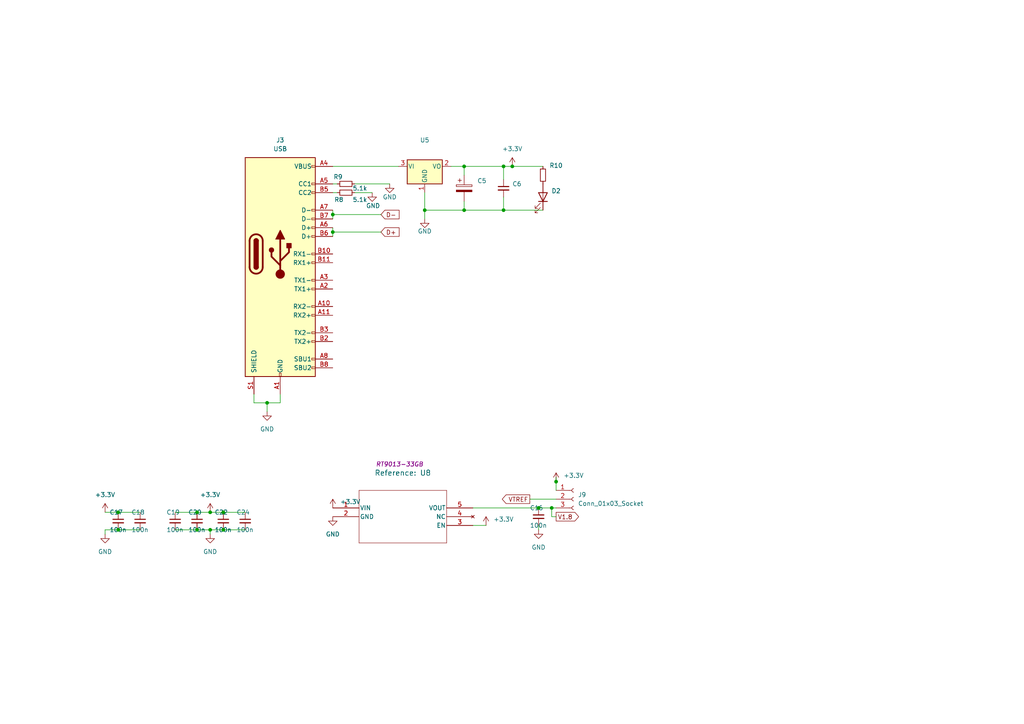
<source format=kicad_sch>
(kicad_sch (version 20231120) (generator "eeschema") (generator_version "8.0")
  (paper "A4")
  (title_block (title "GD32 5pin Level Shifter"))
  (lib_symbols
    (symbol "2024-10-20_09-04-45:RT9013-33GB" (pin_names (offset 0.254))
      (property "Reference" "U" (at 20.32 10.16 0))
      (property "Value" "RT9013-33GB" (at 20.32 7.62 0))
      (symbol "RT9013-33GB_0_1"
        (polyline (pts (xy 7.62 -10.16) (xy 33.02 -10.16)) (stroke (width 0.127)))
        (polyline (pts (xy 7.62 5.08) (xy 7.62 -10.16)) (stroke (width 0.127)))
        (polyline (pts (xy 33.02 -10.16) (xy 33.02 5.08)) (stroke (width 0.127)))
        (polyline (pts (xy 33.02 5.08) (xy 7.62 5.08)) (stroke (width 0.127)))
        (pin input line (at 0 0 0) (length 7.62) (name "VIN") (number "1"))
        (pin power_out line (at 0 -2.54 0) (length 7.62) (name "GND") (number "2"))
        (pin unspecified line (at 40.64 -5.08 180) (length 7.62) (name "EN") (number "3"))
        (pin no_connect line (at 40.64 -2.54 180) (length 7.62) (name "NC") (number "4"))
        (pin output line (at 40.64 0 180) (length 7.62) (name "VOUT") (number "5"))
      )
    )
    (symbol "Connector:Conn_01x03_Socket" (pin_names (offset 1.016) hide)
      (property "Reference" "J" (at 0 5.08 0))
      (property "Value" "Conn_01x03_Socket" (at 0 -5.08 0))
      (symbol "Conn_01x03_Socket_1_1"
        (arc (start 0 -2.032) (mid -0.5058 -2.54) (end 0 -3.048) (stroke (width 0.1524)))
        (polyline (pts (xy -1.27 -2.54) (xy -0.508 -2.54)) (stroke (width 0.1524)))
        (polyline (pts (xy -1.27 0) (xy -0.508 0)) (stroke (width 0.1524)))
        (polyline (pts (xy -1.27 2.54) (xy -0.508 2.54)) (stroke (width 0.1524)))
        (arc (start 0 0.508) (mid -0.5058 0) (end 0 -0.508) (stroke (width 0.1524)))
        (arc (start 0 3.048) (mid -0.5058 2.54) (end 0 2.032) (stroke (width 0.1524)))
        (pin passive line (at -5.08 2.54 0) (length 3.81) (name "Pin_1") (number "1"))
        (pin passive line (at -5.08 0 0) (length 3.81) (name "Pin_2") (number "2"))
        (pin passive line (at -5.08 -2.54 0) (length 3.81) (name "Pin_3") (number "3"))
      )
    )
    (symbol "Connector:USB_C_Receptacle" (pin_names (offset 1.016))
      (property "Reference" "J" (at -10.16 29.21 0))
      (property "Value" "USB_C_Receptacle" (at 10.16 29.21 0))
      (symbol "USB_C_Receptacle_0_0"
        (rectangle (start -0.254 -35.56) (end 0.254 -34.544))
        (rectangle (start 10.16 -32.766) (end 9.144 -33.274))
        (rectangle (start 10.16 -30.226) (end 9.144 -30.734))
        (rectangle (start 10.16 -25.146) (end 9.144 -25.654))
        (rectangle (start 10.16 -22.606) (end 9.144 -23.114))
        (rectangle (start 10.16 -17.526) (end 9.144 -18.034))
        (rectangle (start 10.16 -14.986) (end 9.144 -15.494))
        (rectangle (start 10.16 -9.906) (end 9.144 -10.414))
        (rectangle (start 10.16 -7.366) (end 9.144 -7.874))
        (rectangle (start 10.16 -2.286) (end 9.144 -2.794))
        (rectangle (start 10.16 0.254) (end 9.144 -0.254))
        (rectangle (start 10.16 5.334) (end 9.144 4.826))
        (rectangle (start 10.16 7.874) (end 9.144 7.366))
        (rectangle (start 10.16 10.414) (end 9.144 9.906))
        (rectangle (start 10.16 12.954) (end 9.144 12.446))
        (rectangle (start 10.16 18.034) (end 9.144 17.526))
        (rectangle (start 10.16 20.574) (end 9.144 20.066))
        (rectangle (start 10.16 25.654) (end 9.144 25.146))
      )
      (symbol "USB_C_Receptacle_0_1"
        (rectangle (start -10.16 27.94) (end 10.16 -35.56) (stroke (width 0.254)) (fill (type background)))
        (arc (start -8.89 -3.81) (mid -6.985 -5.7067) (end -5.08 -3.81) (stroke (width 0.508)))
        (arc (start -7.62 -3.81) (mid -6.985 -4.4423) (end -6.35 -3.81) (stroke (width 0.254)))
        (arc (start -7.62 -3.81) (mid -6.985 -4.4423) (end -6.35 -3.81) (stroke (width 0.254)) (fill (type outline)))
        (rectangle (start -7.62 -3.81) (end -6.35 3.81) (stroke (width 0.254)) (fill (type outline)))
        (arc (start -6.35 3.81) (mid -6.985 4.4423) (end -7.62 3.81) (stroke (width 0.254)))
        (arc (start -6.35 3.81) (mid -6.985 4.4423) (end -7.62 3.81) (stroke (width 0.254)) (fill (type outline)))
        (arc (start -5.08 3.81) (mid -6.985 5.7067) (end -8.89 3.81) (stroke (width 0.508)))
        (polyline (pts (xy -8.89 -3.81) (xy -8.89 3.81)) (stroke (width 0.508)))
        (polyline (pts (xy -5.08 3.81) (xy -5.08 -3.81)) (stroke (width 0.508)))
      )
      (symbol "USB_C_Receptacle_1_1"
        (circle (center -2.54 1.143) (radius 0.635) (stroke (width 0.254)) (fill (type outline)))
        (circle (center 0 -5.842) (radius 1.27) (fill (type outline)))
        (polyline (pts (xy 0 -5.842) (xy 0 4.318)) (stroke (width 0.508)))
        (polyline (pts (xy 0 -3.302) (xy -2.54 -0.762) (xy -2.54 0.508)) (stroke (width 0.508)))
        (polyline (pts (xy 0 -2.032) (xy 2.54 0.508) (xy 2.54 1.778)) (stroke (width 0.508)))
        (polyline (pts (xy -1.27 4.318) (xy 0 6.858) (xy 1.27 4.318) (xy -1.27 4.318)) (stroke (width 0.254)) (fill (type outline)))
        (rectangle (start 1.905 1.778) (end 3.175 3.048) (stroke (width 0.254)) (fill (type outline)))
        (pin passive line (at 0 -40.64 90) (length 5.08) (name "GND") (number "A1"))
        (pin bidirectional line (at 15.24 -15.24 180) (length 5.08) (name "RX2-") (number "A10"))
        (pin bidirectional line (at 15.24 -17.78 180) (length 5.08) (name "RX2+") (number "A11"))
        (pin passive line (at 0 -40.64 90) (length 5.08) hide (name "GND") (number "A12"))
        (pin bidirectional line (at 15.24 -10.16 180) (length 5.08) (name "TX1+") (number "A2"))
        (pin bidirectional line (at 15.24 -7.62 180) (length 5.08) (name "TX1-") (number "A3"))
        (pin passive line (at 15.24 25.4 180) (length 5.08) (name "VBUS") (number "A4"))
        (pin bidirectional line (at 15.24 20.32 180) (length 5.08) (name "CC1") (number "A5"))
        (pin bidirectional line (at 15.24 7.62 180) (length 5.08) (name "D+") (number "A6"))
        (pin bidirectional line (at 15.24 12.7 180) (length 5.08) (name "D-") (number "A7"))
        (pin bidirectional line (at 15.24 -30.48 180) (length 5.08) (name "SBU1") (number "A8"))
        (pin passive line (at 15.24 25.4 180) (length 5.08) hide (name "VBUS") (number "A9"))
        (pin passive line (at 0 -40.64 90) (length 5.08) hide (name "GND") (number "B1"))
        (pin bidirectional line (at 15.24 0 180) (length 5.08) (name "RX1-") (number "B10"))
        (pin bidirectional line (at 15.24 -2.54 180) (length 5.08) (name "RX1+") (number "B11"))
        (pin passive line (at 0 -40.64 90) (length 5.08) hide (name "GND") (number "B12"))
        (pin bidirectional line (at 15.24 -25.4 180) (length 5.08) (name "TX2+") (number "B2"))
        (pin bidirectional line (at 15.24 -22.86 180) (length 5.08) (name "TX2-") (number "B3"))
        (pin passive line (at 15.24 25.4 180) (length 5.08) hide (name "VBUS") (number "B4"))
        (pin bidirectional line (at 15.24 17.78 180) (length 5.08) (name "CC2") (number "B5"))
        (pin bidirectional line (at 15.24 5.08 180) (length 5.08) (name "D+") (number "B6"))
        (pin bidirectional line (at 15.24 10.16 180) (length 5.08) (name "D-") (number "B7"))
        (pin bidirectional line (at 15.24 -33.02 180) (length 5.08) (name "SBU2") (number "B8"))
        (pin passive line (at 15.24 25.4 180) (length 5.08) hide (name "VBUS") (number "B9"))
        (pin passive line (at -7.62 -40.64 90) (length 5.08) (name "SHIELD") (number "S1"))
      )
    )
    (symbol "Device:C_Polarized" (pin_numbers hide) (pin_names (offset 0.254))
      (property "Reference" "C" (at 0.635 2.54 0))
      (property "Value" "C_Polarized" (at 0.635 -2.54 0))
      (symbol "C_Polarized_0_1"
        (rectangle (start -2.286 0.508) (end 2.286 1.016))
        (polyline (pts (xy -1.778 2.286) (xy -0.762 2.286)))
        (polyline (pts (xy -1.27 2.794) (xy -1.27 1.778)))
        (rectangle (start 2.286 -0.508) (end -2.286 -1.016) (fill (type outline)))
      )
      (symbol "C_Polarized_1_1"
        (pin passive line (at 0 3.81 270) (length 2.794) (name "~") (number "1"))
        (pin passive line (at 0 -3.81 90) (length 2.794) (name "~") (number "2"))
      )
    )
    (symbol "Device:C_Small" (pin_numbers hide) (pin_names (offset 0.254) hide)
      (property "Reference" "C" (at 0.254 1.778 0))
      (property "Value" "C_Small" (at 0.254 -2.032 0))
      (symbol "C_Small_0_1"
        (polyline (pts (xy -1.524 -0.508) (xy 1.524 -0.508)) (stroke (width 0.3302)))
        (polyline (pts (xy -1.524 0.508) (xy 1.524 0.508)) (stroke (width 0.3048)))
      )
      (symbol "C_Small_1_1"
        (pin passive line (at 0 2.54 270) (length 2.032) (name "~") (number "1"))
        (pin passive line (at 0 -2.54 90) (length 2.032) (name "~") (number "2"))
      )
    )
    (symbol "Device:LED" (pin_numbers hide) (pin_names (offset 1.016) hide)
      (property "Reference" "D" (at 0 2.54 0))
      (property "Value" "LED" (at 0 -2.54 0))
      (symbol "LED_0_1"
        (polyline (pts (xy -1.27 -1.27) (xy -1.27 1.27)) (stroke (width 0.254)))
        (polyline (pts (xy -1.27 0) (xy 1.27 0)))
        (polyline (pts (xy 1.27 -1.27) (xy 1.27 1.27) (xy -1.27 0) (xy 1.27 -1.27)) (stroke (width 0.254)))
        (polyline (pts (xy -3.048 -0.762) (xy -4.572 -2.286) (xy -3.81 -2.286) (xy -4.572 -2.286) (xy -4.572 -1.524)))
        (polyline (pts (xy -1.778 -0.762) (xy -3.302 -2.286) (xy -2.54 -2.286) (xy -3.302 -2.286) (xy -3.302 -1.524)))
      )
      (symbol "LED_1_1"
        (pin passive line (at -3.81 0 0) (length 2.54) (name "K") (number "1"))
        (pin passive line (at 3.81 0 180) (length 2.54) (name "A") (number "2"))
      )
    )
    (symbol "Device:R_Small" (pin_numbers hide) (pin_names (offset 0.254) hide)
      (property "Reference" "R" (at 0.762 0.508 0))
      (property "Value" "R_Small" (at 0.762 -1.016 0))
      (symbol "R_Small_0_1"
        (rectangle (start -0.762 1.778) (end 0.762 -1.778) (stroke (width 0.2032)))
      )
      (symbol "R_Small_1_1"
        (pin passive line (at 0 2.54 270) (length 0.762) (name "~") (number "1"))
        (pin passive line (at 0 -2.54 90) (length 0.762) (name "~") (number "2"))
      )
    )
    (symbol "Regulator_Linear:LM1117-3.3" (pin_names (offset 0.254))
      (property "Reference" "U" (at -3.81 3.175 0))
      (property "Value" "LM1117-3.3" (at 0 3.175 0))
      (symbol "LM1117-3.3_0_1"
        (rectangle (start -5.08 -5.08) (end 5.08 1.905) (stroke (width 0.254)) (fill (type background)))
      )
      (symbol "LM1117-3.3_1_1"
        (pin power_in line (at 0 -7.62 90) (length 2.54) (name "GND") (number "1"))
        (pin power_out line (at 7.62 0 180) (length 2.54) (name "VO") (number "2"))
        (pin power_in line (at -7.62 0 0) (length 2.54) (name "VI") (number "3"))
      )
    )
    (symbol "power:+3.3V" (power) (pin_names (offset 0))
      (property "Value" "+3.3V" (at 0 3.556 0))
      (symbol "+3.3V_0_1"
        (polyline (pts (xy -0.762 1.27) (xy 0 2.54)))
        (polyline (pts (xy 0 0) (xy 0 2.54)))
        (polyline (pts (xy 0 2.54) (xy 0.762 1.27)))
      )
      (symbol "+3.3V_1_1"
        (pin power_in line (at 0 0 90) (length 0) hide (name "+3.3V") (number "1"))
      )
    )
    (symbol "power:GND" (power) (pin_names (offset 0))
      (property "Value" "GND" (at 0 -3.81 0))
      (symbol "GND_0_1"
        (polyline (pts (xy 0 0) (xy 0 -1.27) (xy 1.27 -1.27) (xy 0 -2.54) (xy -1.27 -1.27) (xy 0 -1.27)))
      )
      (symbol "GND_1_1"
        (pin power_in line (at 0 0 270) (length 0) hide (name "GND") (number "1"))
      )
    )
  )
  (junction (at 134.62 60.96))
  (junction (at 34.29 148.59))
  (junction (at 64.77 148.59))
  (junction (at 123.19 60.96))
  (junction (at 146.05 60.96))
  (junction (at 160.02 147.32))
  (junction (at 57.15 148.59))
  (junction (at 64.77 153.67))
  (junction (at 96.52 67.31))
  (junction (at 146.05 48.26))
  (junction (at 57.15 153.67))
  (junction (at 60.96 153.67))
  (junction (at 134.62 48.26))
  (junction (at 156.21 147.32))
  (junction (at 77.47 116.84))
  (junction (at 34.29 153.67))
  (junction (at 148.59 48.26))
  (junction (at 96.52 62.23))
  (junction (at 161.29 139.7))
  (junction (at 60.96 148.59))
  (wire (pts (xy 96.52 67.31) (xy 110.49 67.31)))
  (wire (pts (xy 160.02 149.86) (xy 160.02 147.32)))
  (wire (pts (xy 156.21 147.32) (xy 160.02 147.32)))
  (wire (pts (xy 137.16 152.4) (xy 140.97 152.4)))
  (wire (pts (xy 60.96 153.67) (xy 64.77 153.67)))
  (wire (pts (xy 64.77 148.59) (xy 71.12 148.59)))
  (wire (pts (xy 148.59 48.26) (xy 157.48 48.26)))
  (wire (pts (xy 161.29 138.43) (xy 161.29 139.7)))
  (wire (pts (xy 161.29 139.7) (xy 161.29 142.24)))
  (wire (pts (xy 30.48 153.67) (xy 30.48 154.94)))
  (wire (pts (xy 96.52 66.04) (xy 96.52 67.31)))
  (wire (pts (xy 60.96 153.67) (xy 60.96 154.94)))
  (wire (pts (xy 30.48 153.67) (xy 34.29 153.67)))
  (wire (pts (xy 146.05 52.07) (xy 146.05 48.26)))
  (wire (pts (xy 96.52 53.34) (xy 97.79 53.34)))
  (wire (pts (xy 30.48 148.59) (xy 34.29 148.59)))
  (wire (pts (xy 96.52 55.88) (xy 97.79 55.88)))
  (wire (pts (xy 137.16 147.32) (xy 156.21 147.32)))
  (wire (pts (xy 60.96 148.59) (xy 64.77 148.59)))
  (wire (pts (xy 73.66 116.84) (xy 77.47 116.84)))
  (wire (pts (xy 153.67 144.78) (xy 161.29 144.78)))
  (wire (pts (xy 134.62 60.96) (xy 146.05 60.96)))
  (wire (pts (xy 160.02 147.32) (xy 161.29 147.32)))
  (wire (pts (xy 96.52 62.23) (xy 96.52 63.5)))
  (wire (pts (xy 156.21 152.4) (xy 156.21 153.67)))
  (wire (pts (xy 134.62 58.42) (xy 134.62 60.96)))
  (wire (pts (xy 57.15 148.59) (xy 60.96 148.59)))
  (wire (pts (xy 146.05 60.96) (xy 157.48 60.96)))
  (wire (pts (xy 134.62 50.8) (xy 134.62 48.26)))
  (wire (pts (xy 96.52 60.96) (xy 96.52 62.23)))
  (wire (pts (xy 34.29 148.59) (xy 40.64 148.59)))
  (wire (pts (xy 161.29 149.86) (xy 160.02 149.86)))
  (wire (pts (xy 64.77 153.67) (xy 71.12 153.67)))
  (wire (pts (xy 102.87 55.88) (xy 107.95 55.88)))
  (wire (pts (xy 34.29 153.67) (xy 40.64 153.67)))
  (wire (pts (xy 123.19 55.88) (xy 123.19 60.96)))
  (wire (pts (xy 57.15 153.67) (xy 60.96 153.67)))
  (wire (pts (xy 96.52 67.31) (xy 96.52 68.58)))
  (wire (pts (xy 123.19 60.96) (xy 123.19 63.5)))
  (wire (pts (xy 96.52 62.23) (xy 110.49 62.23)))
  (wire (pts (xy 96.52 48.26) (xy 115.57 48.26)))
  (wire (pts (xy 77.47 116.84) (xy 77.47 119.38)))
  (wire (pts (xy 73.66 114.3) (xy 73.66 116.84)))
  (wire (pts (xy 50.8 148.59) (xy 57.15 148.59)))
  (wire (pts (xy 130.81 48.26) (xy 134.62 48.26)))
  (wire (pts (xy 102.87 53.34) (xy 113.03 53.34)))
  (wire (pts (xy 146.05 57.15) (xy 146.05 60.96)))
  (wire (pts (xy 146.05 48.26) (xy 148.59 48.26)))
  (wire (pts (xy 123.19 60.96) (xy 134.62 60.96)))
  (wire (pts (xy 134.62 48.26) (xy 146.05 48.26)))
  (wire (pts (xy 77.47 116.84) (xy 81.28 116.84)))
  (wire (pts (xy 81.28 114.3) (xy 81.28 116.84)))
  (wire (pts (xy 50.8 153.67) (xy 57.15 153.67)))
  (global_label "VTREF" (shape output) (at 153.67 144.78 180) (property "Intersheetrefs" "${INTERSHEET_REFS}" (effects (hide yes))))
  (global_label "D-" (shape input) (at 110.49 62.23 0) (property "Intersheetrefs" "${INTERSHEET_REFS}" (effects (hide yes))))
  (global_label "D+" (shape input) (at 110.49 67.31 0) (property "Intersheetrefs" "${INTERSHEET_REFS}" (effects (hide yes))))
  (global_label "V1.8" (shape output) (at 161.29 149.86 0) (property "Intersheetrefs" "${INTERSHEET_REFS}" (effects (hide yes))))
  (symbol (lib_id "Device:C_Small") (at 34.29 151.13 0) (unit 1)
    (property "Reference" "C17" (at 31.75 148.59 0) (effects (justify left)))
    (property "Value" "100n" (at 31.75 153.67 0) (effects (justify left)))
    (property "Footprint" "Resistor_SMD:R_0603_1608Metric" (effects (hide yes)))
  )
  (symbol (lib_id "2024-10-20_09-04-45:RT9013-33GB") (at 96.52 147.32 0) (unit 1)
    (property "Reference" "U8" (at 116.84 137.16 0) (show_name yes) (effects (font (size 1.524 1.524))))
    (property "Value" "RT9013-33GB" (effects (hide yes)))
    (property "Footprint" "PCM_Package_TO_SOT_SMD_AKL:TSOT-23-5" (effects (hide yes)))
    (property "Datasheet" "RT9013-33GB" (at 115.824 134.62 0) (effects (font (italic yes))))
  )
  (symbol (lib_id "power:GND") (at 113.03 53.34 0) (unit 1)
    (property "Reference" "#PWR026" (effects (hide yes)))
    (property "Value" "GND" (at 113.03 57.15 0))
  )
  (symbol (lib_id "Device:R_Small") (at 157.48 50.8 0) (unit 1)
    (property "Reference" "R10" (at 161.29 48.006 0))
    (property "Value" "330" (effects (hide yes)))
    (property "Footprint" "Resistor_SMD:R_0603_1608Metric" (effects (hide yes)))
  )
  (symbol (lib_id "Device:C_Small") (at 57.15 151.13 0) (unit 1)
    (property "Reference" "C20" (at 54.61 148.59 0) (effects (justify left)))
    (property "Value" "100n" (at 54.61 153.67 0) (effects (justify left)))
    (property "Footprint" "Resistor_SMD:R_0603_1608Metric" (effects (hide yes)))
  )
  (symbol (lib_id "power:GND") (at 77.47 119.38 0) (unit 1)
    (property "Reference" "#PWR022" (effects (hide yes)))
    (property "Value" "GND" (at 77.47 124.46 0))
  )
  (symbol (lib_id "Device:R_Small") (at 100.33 53.34 270) (unit 1)
    (property "Reference" "R9" (at 98.044 51.308 90))
    (property "Value" "5.1k" (at 104.394 54.61 90))
    (property "Footprint" "Resistor_SMD:R_0603_1608Metric" (effects (hide yes)))
  )
  (symbol (lib_id "Connector:Conn_01x03_Socket") (at 166.37 144.78 0) (unit 1)
    (property "Reference" "J9" (at 167.64 143.5099 0) (effects (justify left)))
    (property "Value" "Conn_01x03_Socket" (at 167.64 146.0499 0) (effects (justify left)))
    (property "Footprint" "Connector_PinHeader_2.54mm:PinHeader_1x03_P2.54mm_Vertical" (effects (hide yes)))
    (property "Description" "Generic connector, single row, 01x03, script generated" (effects (hide yes)))
  )
  (symbol (lib_id "Device:C_Small") (at 146.05 54.61 0) (unit 1)
    (property "Reference" "C6" (at 148.59 53.3462 0) (effects (justify left)))
    (property "Value" "100n" (effects (hide yes)))
    (property "Footprint" "Resistor_SMD:R_0603_1608Metric" (effects (hide yes)))
  )
  (symbol (lib_id "power:+3.3V") (at 161.29 139.7 0) (unit 1)
    (property "Reference" "#PWR039" (effects (hide yes)))
    (property "Value" "+3.3V" (at 166.37 137.922 0))
  )
  (symbol (lib_id "power:+3.3V") (at 140.97 152.4 0) (unit 1)
    (property "Reference" "#PWR036" (effects (hide yes)))
    (property "Value" "+3.3V" (at 146.05 150.622 0))
  )
  (symbol (lib_id "power:GND") (at 123.19 63.5 0) (unit 1)
    (property "Reference" "#PWR025" (effects (hide yes)))
    (property "Value" "GND" (at 123.19 67.056 0))
  )
  (symbol (lib_id "Regulator_Linear:LM1117-3.3") (at 123.19 48.26 0) (unit 1)
    (property "Reference" "U5" (at 123.19 40.64 0))
    (property "Value" "LM1117-3.3" (effects (hide yes)))
    (property "Footprint" "Package_TO_SOT_SMD:SOT-223" (effects (hide yes)))
    (property "Datasheet" "http://www.ti.com/lit/ds/symlink/lm1117.pdf" (effects (hide yes)))
  )
  (symbol (lib_id "Connector:USB_C_Receptacle") (at 81.28 73.66 0) (unit 1)
    (property "Reference" "J3" (at 81.28 40.64 0))
    (property "Value" "USB" (at 81.28 43.18 0))
    (property "Footprint" "Library:USB_C_Receptacle_Palconn_UTC16-G_no_hole" (effects (hide yes)))
    (property "Datasheet" "https://www.usb.org/sites/default/files/documents/usb_type-c.zip" (effects (hide yes)))
    (property "Description" "USB Full-Featured Type-C Receptacle connector" (effects (hide yes)))
  )
  (symbol (lib_id "power:+3.3V") (at 96.52 147.32 0) (unit 1)
    (property "Reference" "#PWR032" (effects (hide yes)))
    (property "Value" "+3.3V" (at 101.6 145.542 0))
  )
  (symbol (lib_id "power:GND") (at 156.21 153.67 0) (unit 1)
    (property "Reference" "#PWR038" (effects (hide yes)))
    (property "Value" "GND" (at 156.21 158.75 0))
  )
  (symbol (lib_id "Device:C_Small") (at 40.64 151.13 0) (unit 1)
    (property "Reference" "C18" (at 38.1 148.59 0) (effects (justify left)))
    (property "Value" "100n" (at 38.1 153.67 0) (effects (justify left)))
    (property "Footprint" "Resistor_SMD:R_0603_1608Metric" (effects (hide yes)))
  )
  (symbol (lib_id "power:+3.3V") (at 60.96 148.59 0) (unit 1)
    (property "Reference" "#PWR051" (effects (hide yes)))
    (property "Value" "+3.3V" (at 60.96 143.51 0))
  )
  (symbol (lib_id "power:GND") (at 60.96 154.94 0) (unit 1)
    (property "Reference" "#PWR052" (effects (hide yes)))
    (property "Value" "GND" (at 60.96 160.02 0))
  )
  (symbol (lib_id "power:+3.3V") (at 30.48 148.59 0) (unit 1)
    (property "Reference" "#PWR044" (effects (hide yes)))
    (property "Value" "+3.3V" (at 30.48 143.51 0))
  )
  (symbol (lib_id "power:+3.3V") (at 148.59 48.26 0) (unit 1)
    (property "Reference" "#PWR027" (effects (hide yes)))
    (property "Value" "+3.3V" (at 148.59 43.18 0))
  )
  (symbol (lib_id "power:GND") (at 107.95 55.88 0) (unit 1)
    (property "Reference" "#PWR024" (effects (hide yes)))
    (property "Value" "GND" (at 108.204 59.69 0))
  )
  (symbol (lib_id "Device:C_Small") (at 156.21 149.86 0) (unit 1)
    (property "Reference" "C16" (at 153.67 147.32 0) (effects (justify left)))
    (property "Value" "100n" (at 153.67 152.4 0) (effects (justify left)))
    (property "Footprint" "Resistor_SMD:R_0603_1608Metric" (effects (hide yes)))
  )
  (symbol (lib_id "Device:C_Small") (at 50.8 151.13 0) (unit 1)
    (property "Reference" "C19" (at 48.26 148.59 0) (effects (justify left)))
    (property "Value" "100n" (at 48.26 153.67 0) (effects (justify left)))
    (property "Footprint" "Resistor_SMD:R_0603_1608Metric" (effects (hide yes)))
  )
  (symbol (lib_id "power:GND") (at 96.52 149.86 0) (unit 1)
    (property "Reference" "#PWR033" (effects (hide yes)))
    (property "Value" "GND" (at 96.52 154.94 0))
  )
  (symbol (lib_id "Device:C_Small") (at 64.77 151.13 0) (unit 1)
    (property "Reference" "C22" (at 62.23 148.59 0) (effects (justify left)))
    (property "Value" "100n" (at 62.23 153.67 0) (effects (justify left)))
    (property "Footprint" "Resistor_SMD:R_0603_1608Metric" (effects (hide yes)))
  )
  (symbol (lib_id "Device:LED") (at 157.48 57.15 270) (mirror x) (unit 1)
    (property "Reference" "D2" (at 161.29 55.372 90))
    (property "Value" "LED" (effects (hide yes)))
    (property "Footprint" "Diode_SMD:D_0805_2012Metric" (effects (hide yes)))
  )
  (symbol (lib_id "Device:C_Small") (at 71.12 151.13 0) (unit 1)
    (property "Reference" "C24" (at 68.58 148.59 0) (effects (justify left)))
    (property "Value" "100n" (at 68.58 153.67 0) (effects (justify left)))
    (property "Footprint" "Resistor_SMD:R_0603_1608Metric" (effects (hide yes)))
  )
  (symbol (lib_id "Device:R_Small") (at 100.33 55.88 270) (unit 1)
    (property "Reference" "R8" (at 98.298 57.912 90))
    (property "Value" "5.1k" (at 104.394 57.912 90))
    (property "Footprint" "Resistor_SMD:R_0603_1608Metric" (effects (hide yes)))
  )
  (symbol (lib_id "Device:C_Polarized") (at 134.62 54.61 0) (unit 1)
    (property "Reference" "C5" (at 138.43 52.4509 0) (effects (justify left)))
    (property "Value" "100u" (effects (hide yes)))
    (property "Footprint" "Capacitor_SMD:C_1206_3216Metric_Pad1.33x1.80mm_HandSolder" (effects (hide yes)))
  )
  (symbol (lib_id "power:GND") (at 30.48 154.94 0) (unit 1)
    (property "Reference" "#PWR014" (effects (hide yes)))
    (property "Value" "GND" (at 30.48 160.02 0))
  )
)
</source>
